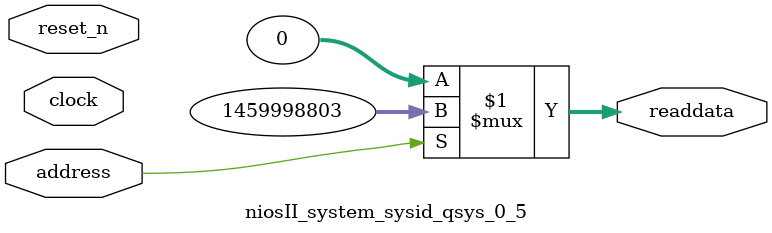
<source format=v>
module niosII_system_sysid_qsys_0_5 (
                address,
                clock,
                reset_n,
                readdata
             )
;
  output  [ 31: 0] readdata;
  input            address;
  input            clock;
  input            reset_n;
  wire    [ 31: 0] readdata;
  assign readdata = address ? 1459998803 : 0;
endmodule
</source>
